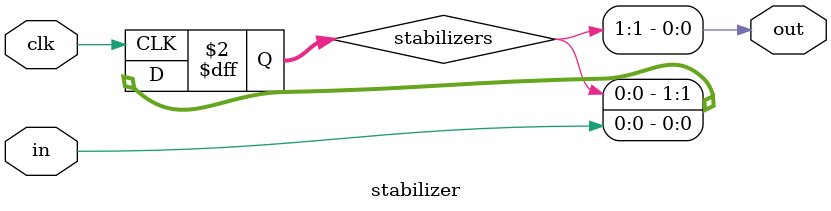
<source format=v>
`default_nettype none

module stabilizer(in, out, clk);

input in, clk;
output out;

reg [1:0] stabilizers;

always @(posedge clk) stabilizers <= { stabilizers[0], in };

assign out = stabilizers[1];

endmodule

</source>
